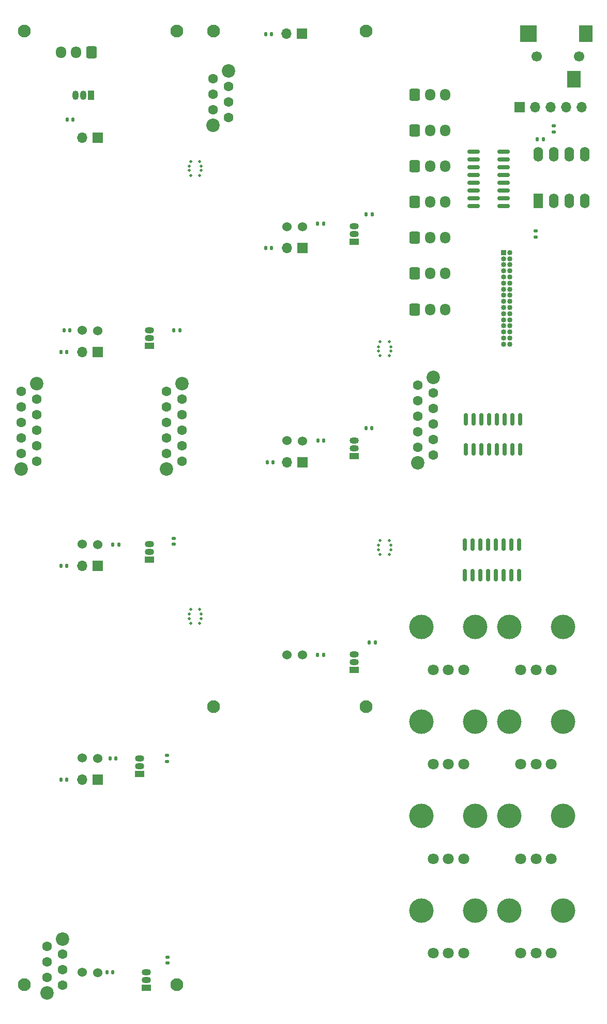
<source format=gbr>
%TF.GenerationSoftware,KiCad,Pcbnew,8.0.0*%
%TF.CreationDate,2025-03-21T10:21:52+01:00*%
%TF.ProjectId,MuseMatrix_Core,4d757365-4d61-4747-9269-785f436f7265,rev?*%
%TF.SameCoordinates,Original*%
%TF.FileFunction,Soldermask,Top*%
%TF.FilePolarity,Negative*%
%FSLAX46Y46*%
G04 Gerber Fmt 4.6, Leading zero omitted, Abs format (unit mm)*
G04 Created by KiCad (PCBNEW 8.0.0) date 2025-03-21 10:21:52*
%MOMM*%
%LPD*%
G01*
G04 APERTURE LIST*
G04 Aperture macros list*
%AMRoundRect*
0 Rectangle with rounded corners*
0 $1 Rounding radius*
0 $2 $3 $4 $5 $6 $7 $8 $9 X,Y pos of 4 corners*
0 Add a 4 corners polygon primitive as box body*
4,1,4,$2,$3,$4,$5,$6,$7,$8,$9,$2,$3,0*
0 Add four circle primitives for the rounded corners*
1,1,$1+$1,$2,$3*
1,1,$1+$1,$4,$5*
1,1,$1+$1,$6,$7*
1,1,$1+$1,$8,$9*
0 Add four rect primitives between the rounded corners*
20,1,$1+$1,$2,$3,$4,$5,0*
20,1,$1+$1,$4,$5,$6,$7,0*
20,1,$1+$1,$6,$7,$8,$9,0*
20,1,$1+$1,$8,$9,$2,$3,0*%
G04 Aperture macros list end*
%ADD10C,2.200000*%
%ADD11C,1.600000*%
%ADD12R,1.700000X1.700000*%
%ADD13O,1.700000X1.700000*%
%ADD14C,0.500000*%
%ADD15RoundRect,0.135000X-0.185000X0.135000X-0.185000X-0.135000X0.185000X-0.135000X0.185000X0.135000X0*%
%ADD16C,4.000000*%
%ADD17C,1.800000*%
%ADD18RoundRect,0.140000X0.170000X-0.140000X0.170000X0.140000X-0.170000X0.140000X-0.170000X-0.140000X0*%
%ADD19R,1.500000X1.050000*%
%ADD20O,1.500000X1.050000*%
%ADD21RoundRect,0.250000X-0.600000X-0.725000X0.600000X-0.725000X0.600000X0.725000X-0.600000X0.725000X0*%
%ADD22O,1.700000X1.950000*%
%ADD23C,2.100000*%
%ADD24C,1.524000*%
%ADD25RoundRect,0.140000X-0.140000X-0.170000X0.140000X-0.170000X0.140000X0.170000X-0.140000X0.170000X0*%
%ADD26RoundRect,0.135000X-0.135000X-0.185000X0.135000X-0.185000X0.135000X0.185000X-0.135000X0.185000X0*%
%ADD27C,1.700000*%
%ADD28R,2.200000X2.800000*%
%ADD29R,2.800000X2.800000*%
%ADD30RoundRect,0.150000X0.150000X-0.825000X0.150000X0.825000X-0.150000X0.825000X-0.150000X-0.825000X0*%
%ADD31RoundRect,0.150000X-0.825000X-0.150000X0.825000X-0.150000X0.825000X0.150000X-0.825000X0.150000X0*%
%ADD32R,1.050000X1.500000*%
%ADD33O,1.050000X1.500000*%
%ADD34R,1.600000X2.400000*%
%ADD35O,1.600000X2.400000*%
%ADD36O,0.850000X0.850000*%
%ADD37R,0.850000X0.850000*%
%ADD38RoundRect,0.140000X-0.170000X0.140000X-0.170000X-0.140000X0.170000X-0.140000X0.170000X0.140000X0*%
%ADD39RoundRect,0.135000X0.185000X-0.135000X0.185000X0.135000X-0.185000X0.135000X-0.185000X-0.135000X0*%
%ADD40RoundRect,0.250000X0.600000X0.725000X-0.600000X0.725000X-0.600000X-0.725000X0.600000X-0.725000X0*%
G04 APERTURE END LIST*
D10*
%TO.C,J5*%
X91997664Y-74200000D03*
X89457664Y-88160000D03*
D11*
X89457664Y-75460000D03*
X89457664Y-78000000D03*
X89457664Y-80540000D03*
X89457664Y-83080000D03*
X89457664Y-85620000D03*
X91997664Y-76740000D03*
X91997664Y-79260000D03*
X91997664Y-81820000D03*
X91997664Y-84340000D03*
X91997664Y-86900000D03*
%TD*%
D12*
%TO.C,J4*%
X106130000Y-30000000D03*
D13*
X108670000Y-30000000D03*
X111210000Y-30000000D03*
X113750000Y-30000000D03*
X116290000Y-30000000D03*
%TD*%
D14*
%TO.C,mouse-bite-1mm-slot*%
X83250000Y-103150000D03*
X84750000Y-103150000D03*
X83000000Y-102350000D03*
X85000000Y-102350000D03*
X83000000Y-101650000D03*
X85000000Y-101650000D03*
X83250000Y-100850000D03*
X84750000Y-100850000D03*
%TD*%
%TO.C,mouse-bite-1mm-slot*%
X83250000Y-70650000D03*
X84750000Y-70650000D03*
X83000000Y-69850000D03*
X85000000Y-69850000D03*
X83000000Y-69150000D03*
X85000000Y-69150000D03*
X83250000Y-68350000D03*
X84750000Y-68350000D03*
%TD*%
%TO.C,mouse-bite-1mm-slot*%
X52250000Y-114400000D03*
X53750000Y-114400000D03*
X52000000Y-113600000D03*
X54000000Y-113600000D03*
X52000000Y-112900000D03*
X54000000Y-112900000D03*
X52250000Y-112100000D03*
X53750000Y-112100000D03*
%TD*%
%TO.C,mouse-bite-1mm-slot*%
X52000000Y-39650000D03*
X53750000Y-41150000D03*
X53750000Y-38850000D03*
X52250000Y-41150000D03*
X52000000Y-40350000D03*
X52250000Y-38850000D03*
X54000000Y-40350000D03*
X54000000Y-39650000D03*
%TD*%
D15*
%TO.C,R31*%
X111750000Y-32990000D03*
X111750000Y-34010000D03*
%TD*%
D16*
%TO.C,RV5*%
X90057664Y-130450000D03*
X98857664Y-130450000D03*
D17*
X96957664Y-137450000D03*
X94457664Y-137450000D03*
X91957664Y-137450000D03*
%TD*%
D18*
%TO.C,R8*%
X49500000Y-101480000D03*
X49500000Y-100520000D03*
%TD*%
D12*
%TO.C,D6*%
X70542336Y-53025000D03*
D13*
X68002336Y-53025000D03*
%TD*%
D19*
%TO.C,Q6*%
X79042336Y-87025000D03*
D20*
X79042336Y-85755000D03*
X79042336Y-84485000D03*
%TD*%
D11*
%TO.C,J17*%
X31270000Y-173580000D03*
X31270000Y-171040000D03*
X31270000Y-168500000D03*
X28730000Y-172300000D03*
X28730000Y-169780000D03*
X28730000Y-167240000D03*
D10*
X28730000Y-174840000D03*
X31270000Y-166010000D03*
%TD*%
D21*
%TO.C,J10*%
X88957664Y-51350000D03*
D22*
X91457664Y-51350000D03*
X93957664Y-51350000D03*
%TD*%
D19*
%TO.C,Q5*%
X79042336Y-52025000D03*
D20*
X79042336Y-50755000D03*
X79042336Y-49485000D03*
%TD*%
D23*
%TO.C,H4*%
X25000000Y-173500000D03*
%TD*%
D19*
%TO.C,Q1*%
X45500000Y-69000000D03*
D20*
X45500000Y-67730000D03*
X45500000Y-66460000D03*
%TD*%
D21*
%TO.C,J9*%
X88957664Y-45500000D03*
D22*
X91457664Y-45500000D03*
X93957664Y-45500000D03*
%TD*%
D10*
%TO.C,J13*%
X27040000Y-75200000D03*
X24500000Y-89160000D03*
D11*
X24500000Y-76460000D03*
X24500000Y-79000000D03*
X24500000Y-81540000D03*
X24500000Y-84080000D03*
X24500000Y-86620000D03*
X27040000Y-77740000D03*
X27040000Y-80260000D03*
X27040000Y-82820000D03*
X27040000Y-85340000D03*
X27040000Y-87900000D03*
%TD*%
D19*
%TO.C,Q7*%
X79042336Y-122025000D03*
D20*
X79042336Y-120755000D03*
X79042336Y-119485000D03*
%TD*%
D12*
%TO.C,D7*%
X70542336Y-88025000D03*
D13*
X68002336Y-88025000D03*
%TD*%
D24*
%TO.C,R20*%
X68042336Y-49525000D03*
X70542336Y-49575000D03*
%TD*%
D25*
%TO.C,R17*%
X64542336Y-18025000D03*
X65502336Y-18025000D03*
%TD*%
D24*
%TO.C,R12*%
X34500000Y-171500000D03*
X37000000Y-171550000D03*
%TD*%
D23*
%TO.C,H7*%
X55957664Y-128000000D03*
%TD*%
D26*
%TO.C,R28*%
X81457664Y-117500000D03*
X82477664Y-117500000D03*
%TD*%
D25*
%TO.C,R26*%
X80997664Y-47500000D03*
X81957664Y-47500000D03*
%TD*%
%TO.C,R14*%
X38520000Y-171500000D03*
X39480000Y-171500000D03*
%TD*%
%TO.C,R27*%
X80977664Y-82500000D03*
X81937664Y-82500000D03*
%TD*%
D21*
%TO.C,J12*%
X88957664Y-63050000D03*
D22*
X91457664Y-63050000D03*
X93957664Y-63050000D03*
%TD*%
D21*
%TO.C,J8*%
X88957664Y-39650000D03*
D22*
X91457664Y-39650000D03*
X93957664Y-39650000D03*
%TD*%
D27*
%TO.C,J14*%
X115900000Y-21700000D03*
X108900000Y-21700000D03*
D28*
X115000000Y-25400000D03*
X117000000Y-18000000D03*
D29*
X107600000Y-18000000D03*
%TD*%
D30*
%TO.C,U3*%
X97305000Y-85975000D03*
X98575000Y-85975000D03*
X99845000Y-85975000D03*
X101115000Y-85975000D03*
X102385000Y-85975000D03*
X103655000Y-85975000D03*
X104925000Y-85975000D03*
X106195000Y-85975000D03*
X106195000Y-81025000D03*
X104925000Y-81025000D03*
X103655000Y-81025000D03*
X102385000Y-81025000D03*
X101115000Y-81025000D03*
X99845000Y-81025000D03*
X98575000Y-81025000D03*
X97305000Y-81025000D03*
%TD*%
D25*
%TO.C,R5*%
X31000000Y-70000000D03*
X31960000Y-70000000D03*
%TD*%
D11*
%TO.C,J18*%
X58457664Y-31655000D03*
X58457664Y-29115000D03*
X58457664Y-26575000D03*
X55917664Y-30375000D03*
X55917664Y-27855000D03*
X55917664Y-25315000D03*
D10*
X55917664Y-32915000D03*
X58457664Y-24085000D03*
%TD*%
D16*
%TO.C,RV1*%
X90057664Y-161350000D03*
X98857664Y-161350000D03*
D17*
X96957664Y-168350000D03*
X94457664Y-168350000D03*
X91957664Y-168350000D03*
%TD*%
D25*
%TO.C,R13*%
X39040000Y-136500000D03*
X40000000Y-136500000D03*
%TD*%
D10*
%TO.C,J3*%
X50856252Y-75213251D03*
X48316252Y-89173251D03*
D11*
X48316252Y-76473251D03*
X48316252Y-79013251D03*
X48316252Y-81553251D03*
X48316252Y-84093251D03*
X48316252Y-86633251D03*
X50856252Y-77753251D03*
X50856252Y-80273251D03*
X50856252Y-82833251D03*
X50856252Y-85353251D03*
X50856252Y-87913251D03*
%TD*%
D19*
%TO.C,Q4*%
X45000000Y-174000000D03*
D20*
X45000000Y-172730000D03*
X45000000Y-171460000D03*
%TD*%
D24*
%TO.C,R21*%
X68042336Y-84525000D03*
X70542336Y-84575000D03*
%TD*%
D21*
%TO.C,J11*%
X88957664Y-57200000D03*
D22*
X91457664Y-57200000D03*
X93957664Y-57200000D03*
%TD*%
D25*
%TO.C,R24*%
X73062336Y-84525000D03*
X74022336Y-84525000D03*
%TD*%
D23*
%TO.C,H8*%
X80957664Y-128000000D03*
%TD*%
D25*
%TO.C,R9*%
X31020000Y-105000000D03*
X31980000Y-105000000D03*
%TD*%
D16*
%TO.C,RV4*%
X104407664Y-145900000D03*
X113207664Y-145900000D03*
D17*
X111307664Y-152900000D03*
X108807664Y-152900000D03*
X106307664Y-152900000D03*
%TD*%
D24*
%TO.C,R2*%
X34500000Y-66500000D03*
X37000000Y-66550000D03*
%TD*%
D31*
%TO.C,U2*%
X98550000Y-37230000D03*
X98550000Y-38500000D03*
X98550000Y-39770000D03*
X98550000Y-41040000D03*
X98550000Y-42310000D03*
X98550000Y-43580000D03*
X98550000Y-44850000D03*
X98550000Y-46120000D03*
X103500000Y-46120000D03*
X103500000Y-44850000D03*
X103500000Y-43580000D03*
X103500000Y-42310000D03*
X103500000Y-41040000D03*
X103500000Y-39770000D03*
X103500000Y-38500000D03*
X103500000Y-37230000D03*
%TD*%
D12*
%TO.C,D4*%
X37000000Y-140000000D03*
D13*
X34460000Y-140000000D03*
%TD*%
D23*
%TO.C,H2*%
X50000000Y-17500000D03*
%TD*%
D32*
%TO.C,Q8*%
X35960000Y-28000000D03*
D33*
X34690000Y-28000000D03*
X33420000Y-28000000D03*
%TD*%
D19*
%TO.C,Q3*%
X43860000Y-139000000D03*
D20*
X43860000Y-137730000D03*
X43860000Y-136460000D03*
%TD*%
D25*
%TO.C,R10*%
X31000000Y-140000000D03*
X31960000Y-140000000D03*
%TD*%
D12*
%TO.C,D2*%
X37000000Y-70000000D03*
D13*
X34460000Y-70000000D03*
%TD*%
D12*
%TO.C,D1*%
X37000000Y-35000000D03*
D13*
X34460000Y-35000000D03*
%TD*%
D25*
%TO.C,R19*%
X64792336Y-88025000D03*
X65752336Y-88025000D03*
%TD*%
D24*
%TO.C,R22*%
X68042336Y-119525000D03*
X70542336Y-119575000D03*
%TD*%
D25*
%TO.C,R1*%
X32020000Y-32000000D03*
X32980000Y-32000000D03*
%TD*%
D12*
%TO.C,D5*%
X70500000Y-18000000D03*
D13*
X67960000Y-18000000D03*
%TD*%
D23*
%TO.C,H3*%
X50000000Y-173500000D03*
%TD*%
D25*
%TO.C,R25*%
X73042336Y-119525000D03*
X74002336Y-119525000D03*
%TD*%
D24*
%TO.C,R11*%
X37000000Y-136500000D03*
X34500000Y-136450000D03*
%TD*%
D16*
%TO.C,RV8*%
X104407664Y-115000000D03*
X113207664Y-115000000D03*
D17*
X111307664Y-122000000D03*
X108807664Y-122000000D03*
X106307664Y-122000000D03*
%TD*%
D16*
%TO.C,RV2*%
X104407664Y-161350000D03*
X113207664Y-161350000D03*
D17*
X111307664Y-168350000D03*
X108807664Y-168350000D03*
X106307664Y-168350000D03*
%TD*%
D16*
%TO.C,RV7*%
X90057664Y-115000000D03*
X98857664Y-115000000D03*
D17*
X96957664Y-122000000D03*
X94457664Y-122000000D03*
X91957664Y-122000000D03*
%TD*%
D26*
%TO.C,R30*%
X108990000Y-35250000D03*
X110010000Y-35250000D03*
%TD*%
D25*
%TO.C,R18*%
X64542336Y-53025000D03*
X65502336Y-53025000D03*
%TD*%
%TO.C,R3*%
X31520000Y-66500000D03*
X32480000Y-66500000D03*
%TD*%
D19*
%TO.C,Q2*%
X45500000Y-104000000D03*
D20*
X45500000Y-102730000D03*
X45500000Y-101460000D03*
%TD*%
D30*
%TO.C,U1*%
X97107664Y-106500000D03*
X98377664Y-106500000D03*
X99647664Y-106500000D03*
X100917664Y-106500000D03*
X102187664Y-106500000D03*
X103457664Y-106500000D03*
X104727664Y-106500000D03*
X105997664Y-106500000D03*
X105997664Y-101550000D03*
X104727664Y-101550000D03*
X103457664Y-101550000D03*
X102187664Y-101550000D03*
X100917664Y-101550000D03*
X99647664Y-101550000D03*
X98377664Y-101550000D03*
X97107664Y-101550000D03*
%TD*%
D24*
%TO.C,R6*%
X37000000Y-101500000D03*
X34500000Y-101450000D03*
%TD*%
D22*
%TO.C,J6*%
X93957664Y-27950000D03*
X91457664Y-27950000D03*
D21*
X88957664Y-27950000D03*
%TD*%
D18*
%TO.C,R15*%
X48360000Y-136980000D03*
X48360000Y-136020000D03*
%TD*%
D34*
%TO.C,U4*%
X109200000Y-45325000D03*
D35*
X111740000Y-45325000D03*
X114280000Y-45325000D03*
X116820000Y-45325000D03*
X116820000Y-37705000D03*
X114280000Y-37705000D03*
X111740000Y-37705000D03*
X109200000Y-37705000D03*
%TD*%
D12*
%TO.C,D3*%
X37000000Y-105000000D03*
D13*
X34460000Y-105000000D03*
%TD*%
D25*
%TO.C,R4*%
X49520000Y-66500000D03*
X50480000Y-66500000D03*
%TD*%
D36*
%TO.C,J1*%
X104500000Y-68750000D03*
X103500000Y-68750000D03*
X104500000Y-67750000D03*
X103500000Y-67750000D03*
X104500000Y-66750000D03*
X103500000Y-66750000D03*
X104500000Y-65750000D03*
X103500000Y-65750000D03*
X104500000Y-64750000D03*
X103500000Y-64750000D03*
X104500000Y-63750000D03*
X103500000Y-63750000D03*
X104500000Y-62750000D03*
X103500000Y-62750000D03*
X104500000Y-61750000D03*
X103500000Y-61750000D03*
X104500000Y-60750000D03*
X103500000Y-60750000D03*
X104500000Y-59750000D03*
X103500000Y-59750000D03*
X104500000Y-58750000D03*
X103500000Y-58750000D03*
X104500000Y-57750000D03*
X103500000Y-57750000D03*
X104500000Y-56750000D03*
X103500000Y-56750000D03*
X104500000Y-55750000D03*
X103500000Y-55750000D03*
X104500000Y-54750000D03*
X103500000Y-54750000D03*
X104500000Y-53750000D03*
D37*
X103500000Y-53750000D03*
%TD*%
D16*
%TO.C,RV3*%
X90057664Y-145900000D03*
X98857664Y-145900000D03*
D17*
X96957664Y-152900000D03*
X94457664Y-152900000D03*
X91957664Y-152900000D03*
%TD*%
D25*
%TO.C,R23*%
X73042336Y-49025000D03*
X74002336Y-49025000D03*
%TD*%
D16*
%TO.C,RV6*%
X104407664Y-130450000D03*
X113207664Y-130450000D03*
D17*
X111307664Y-137450000D03*
X108807664Y-137450000D03*
X106307664Y-137450000D03*
%TD*%
D21*
%TO.C,J7*%
X88957664Y-33800000D03*
D22*
X91457664Y-33800000D03*
X93957664Y-33800000D03*
%TD*%
D23*
%TO.C,H5*%
X55957664Y-17500000D03*
%TD*%
%TO.C,H1*%
X25000000Y-17500000D03*
%TD*%
%TO.C,H6*%
X80957664Y-17500000D03*
%TD*%
D38*
%TO.C,R16*%
X48500000Y-169000000D03*
X48500000Y-169960000D03*
%TD*%
D25*
%TO.C,R7*%
X39520000Y-101500000D03*
X40480000Y-101500000D03*
%TD*%
D39*
%TO.C,R29*%
X108750000Y-51260000D03*
X108750000Y-50240000D03*
%TD*%
D40*
%TO.C,J2*%
X36000000Y-21000000D03*
D22*
X33500000Y-21000000D03*
X31000000Y-21000000D03*
%TD*%
M02*

</source>
